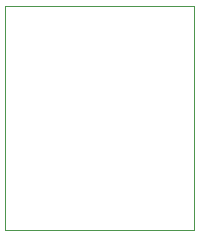
<source format=gbr>
%TF.GenerationSoftware,KiCad,Pcbnew,8.0.9-1.fc41*%
%TF.CreationDate,2025-03-19T11:34:26+02:00*%
%TF.ProjectId,FBK-3mm-Red,46424b2d-336d-46d2-9d52-65642e6b6963,rev?*%
%TF.SameCoordinates,Original*%
%TF.FileFunction,Profile,NP*%
%FSLAX46Y46*%
G04 Gerber Fmt 4.6, Leading zero omitted, Abs format (unit mm)*
G04 Created by KiCad (PCBNEW 8.0.9-1.fc41) date 2025-03-19 11:34:26*
%MOMM*%
%LPD*%
G01*
G04 APERTURE LIST*
%TA.AperFunction,Profile*%
%ADD10C,0.050000*%
%TD*%
G04 APERTURE END LIST*
D10*
X142000000Y-89300000D02*
X158000000Y-89300000D01*
X158000000Y-108300000D01*
X142000000Y-108300000D01*
X142000000Y-89300000D01*
M02*

</source>
